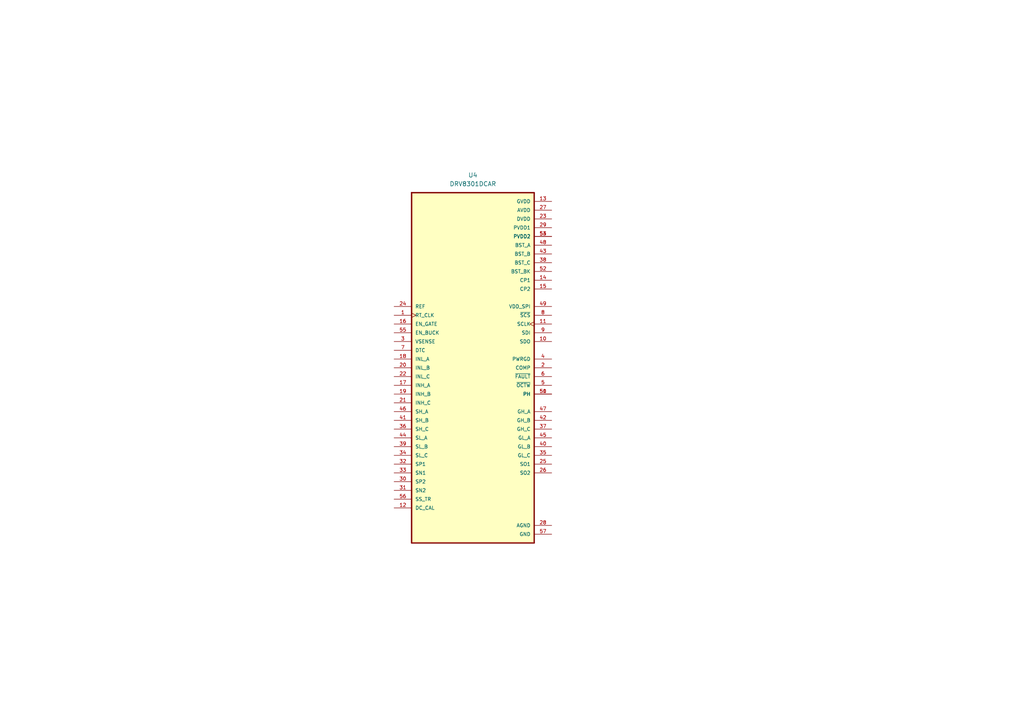
<source format=kicad_sch>
(kicad_sch (version 20230121) (generator eeschema)

  (uuid 7e770415-73a2-4f0c-927f-de47baab1ace)

  (paper "A4")

  (lib_symbols
    (symbol "DRV8301DCAR:DRV8301DCAR" (pin_names (offset 1.016)) (in_bom yes) (on_board yes)
      (property "Reference" "U" (at -17.8203 51.9275 0)
        (effects (font (size 1.27 1.27)) (justify left bottom))
      )
      (property "Value" "DRV8301DCAR" (at -17.8075 -54.8929 0)
        (effects (font (size 1.27 1.27)) (justify left bottom))
      )
      (property "Footprint" "DRV8301DCAR:SOP50P810X120-57N" (at 0 0 0)
        (effects (font (size 1.27 1.27)) (justify bottom) hide)
      )
      (property "Datasheet" "" (at 0 0 0)
        (effects (font (size 1.27 1.27)) hide)
      )
      (property "STNADARD" "IPC-7351B" (at 0 0 0)
        (effects (font (size 1.27 1.27)) (justify bottom) hide)
      )
      (property "MF" "Texas Instruments" (at 0 0 0)
        (effects (font (size 1.27 1.27)) (justify bottom) hide)
      )
      (property "SNAPEDA_PACKAGE_ID" "5591" (at 0 0 0)
        (effects (font (size 1.27 1.27)) (justify bottom) hide)
      )
      (property "Package" "HTSSOP-56 Texas Instruments" (at 0 0 0)
        (effects (font (size 1.27 1.27)) (justify bottom) hide)
      )
      (property "Price" "None" (at 0 0 0)
        (effects (font (size 1.27 1.27)) (justify bottom) hide)
      )
      (property "Check_prices" "https://www.snapeda.com/parts/DRV8301DCAR/Texas+Instruments/view-part/?ref=eda" (at 0 0 0)
        (effects (font (size 1.27 1.27)) (justify bottom) hide)
      )
      (property "PARTREV" "F" (at 0 0 0)
        (effects (font (size 1.27 1.27)) (justify bottom) hide)
      )
      (property "SnapEDA_Link" "https://www.snapeda.com/parts/DRV8301DCAR/Texas+Instruments/view-part/?ref=snap" (at 0 0 0)
        (effects (font (size 1.27 1.27)) (justify bottom) hide)
      )
      (property "MP" "DRV8301DCAR" (at 0 0 0)
        (effects (font (size 1.27 1.27)) (justify bottom) hide)
      )
      (property "Purchase-URL" "https://www.snapeda.com/api/url_track_click_mouser/?unipart_id=46687&manufacturer=Texas Instruments&part_name=DRV8301DCAR&search_term=None" (at 0 0 0)
        (effects (font (size 1.27 1.27)) (justify bottom) hide)
      )
      (property "Description" "\n65-V max 3-phase gate driver with buck regulator, current shunt amplifiers & SPI\n" (at 0 0 0)
        (effects (font (size 1.27 1.27)) (justify bottom) hide)
      )
      (property "Availability" "In Stock" (at 0 0 0)
        (effects (font (size 1.27 1.27)) (justify bottom) hide)
      )
      (property "MANUFACTURER" "Texas Instruments" (at 0 0 0)
        (effects (font (size 1.27 1.27)) (justify bottom) hide)
      )
      (symbol "DRV8301DCAR_0_0"
        (rectangle (start -17.78 -50.8) (end 17.78 50.8)
          (stroke (width 0.41) (type default))
          (fill (type background))
        )
        (pin input clock (at -22.86 15.24 0) (length 5.08)
          (name "RT_CLK" (effects (font (size 1.016 1.016))))
          (number "1" (effects (font (size 1.016 1.016))))
        )
        (pin output line (at 22.86 7.62 180) (length 5.08)
          (name "SDO" (effects (font (size 1.016 1.016))))
          (number "10" (effects (font (size 1.016 1.016))))
        )
        (pin input clock (at 22.86 12.7 180) (length 5.08)
          (name "SCLK" (effects (font (size 1.016 1.016))))
          (number "11" (effects (font (size 1.016 1.016))))
        )
        (pin input line (at -22.86 -40.64 0) (length 5.08)
          (name "DC_CAL" (effects (font (size 1.016 1.016))))
          (number "12" (effects (font (size 1.016 1.016))))
        )
        (pin power_in line (at 22.86 48.26 180) (length 5.08)
          (name "GVDD" (effects (font (size 1.016 1.016))))
          (number "13" (effects (font (size 1.016 1.016))))
        )
        (pin power_in line (at 22.86 25.4 180) (length 5.08)
          (name "CP1" (effects (font (size 1.016 1.016))))
          (number "14" (effects (font (size 1.016 1.016))))
        )
        (pin power_in line (at 22.86 22.86 180) (length 5.08)
          (name "CP2" (effects (font (size 1.016 1.016))))
          (number "15" (effects (font (size 1.016 1.016))))
        )
        (pin input line (at -22.86 12.7 0) (length 5.08)
          (name "EN_GATE" (effects (font (size 1.016 1.016))))
          (number "16" (effects (font (size 1.016 1.016))))
        )
        (pin input line (at -22.86 -5.08 0) (length 5.08)
          (name "INH_A" (effects (font (size 1.016 1.016))))
          (number "17" (effects (font (size 1.016 1.016))))
        )
        (pin input line (at -22.86 2.54 0) (length 5.08)
          (name "INL_A" (effects (font (size 1.016 1.016))))
          (number "18" (effects (font (size 1.016 1.016))))
        )
        (pin input line (at -22.86 -7.62 0) (length 5.08)
          (name "INH_B" (effects (font (size 1.016 1.016))))
          (number "19" (effects (font (size 1.016 1.016))))
        )
        (pin output line (at 22.86 0 180) (length 5.08)
          (name "COMP" (effects (font (size 1.016 1.016))))
          (number "2" (effects (font (size 1.016 1.016))))
        )
        (pin input line (at -22.86 0 0) (length 5.08)
          (name "INL_B" (effects (font (size 1.016 1.016))))
          (number "20" (effects (font (size 1.016 1.016))))
        )
        (pin input line (at -22.86 -10.16 0) (length 5.08)
          (name "INH_C" (effects (font (size 1.016 1.016))))
          (number "21" (effects (font (size 1.016 1.016))))
        )
        (pin input line (at -22.86 -2.54 0) (length 5.08)
          (name "INL_C" (effects (font (size 1.016 1.016))))
          (number "22" (effects (font (size 1.016 1.016))))
        )
        (pin power_in line (at 22.86 43.18 180) (length 5.08)
          (name "DVDD" (effects (font (size 1.016 1.016))))
          (number "23" (effects (font (size 1.016 1.016))))
        )
        (pin input line (at -22.86 17.78 0) (length 5.08)
          (name "REF" (effects (font (size 1.016 1.016))))
          (number "24" (effects (font (size 1.016 1.016))))
        )
        (pin output line (at 22.86 -27.94 180) (length 5.08)
          (name "SO1" (effects (font (size 1.016 1.016))))
          (number "25" (effects (font (size 1.016 1.016))))
        )
        (pin output line (at 22.86 -30.48 180) (length 5.08)
          (name "SO2" (effects (font (size 1.016 1.016))))
          (number "26" (effects (font (size 1.016 1.016))))
        )
        (pin power_in line (at 22.86 45.72 180) (length 5.08)
          (name "AVDD" (effects (font (size 1.016 1.016))))
          (number "27" (effects (font (size 1.016 1.016))))
        )
        (pin power_in line (at 22.86 -45.72 180) (length 5.08)
          (name "AGND" (effects (font (size 1.016 1.016))))
          (number "28" (effects (font (size 1.016 1.016))))
        )
        (pin power_in line (at 22.86 40.64 180) (length 5.08)
          (name "PVDD1" (effects (font (size 1.016 1.016))))
          (number "29" (effects (font (size 1.016 1.016))))
        )
        (pin input line (at -22.86 7.62 0) (length 5.08)
          (name "VSENSE" (effects (font (size 1.016 1.016))))
          (number "3" (effects (font (size 1.016 1.016))))
        )
        (pin input line (at -22.86 -33.02 0) (length 5.08)
          (name "SP2" (effects (font (size 1.016 1.016))))
          (number "30" (effects (font (size 1.016 1.016))))
        )
        (pin input line (at -22.86 -35.56 0) (length 5.08)
          (name "SN2" (effects (font (size 1.016 1.016))))
          (number "31" (effects (font (size 1.016 1.016))))
        )
        (pin input line (at -22.86 -27.94 0) (length 5.08)
          (name "SP1" (effects (font (size 1.016 1.016))))
          (number "32" (effects (font (size 1.016 1.016))))
        )
        (pin input line (at -22.86 -30.48 0) (length 5.08)
          (name "SN1" (effects (font (size 1.016 1.016))))
          (number "33" (effects (font (size 1.016 1.016))))
        )
        (pin input line (at -22.86 -25.4 0) (length 5.08)
          (name "SL_C" (effects (font (size 1.016 1.016))))
          (number "34" (effects (font (size 1.016 1.016))))
        )
        (pin output line (at 22.86 -25.4 180) (length 5.08)
          (name "GL_C" (effects (font (size 1.016 1.016))))
          (number "35" (effects (font (size 1.016 1.016))))
        )
        (pin input line (at -22.86 -17.78 0) (length 5.08)
          (name "SH_C" (effects (font (size 1.016 1.016))))
          (number "36" (effects (font (size 1.016 1.016))))
        )
        (pin output line (at 22.86 -17.78 180) (length 5.08)
          (name "GH_C" (effects (font (size 1.016 1.016))))
          (number "37" (effects (font (size 1.016 1.016))))
        )
        (pin power_in line (at 22.86 30.48 180) (length 5.08)
          (name "BST_C" (effects (font (size 1.016 1.016))))
          (number "38" (effects (font (size 1.016 1.016))))
        )
        (pin input line (at -22.86 -22.86 0) (length 5.08)
          (name "SL_B" (effects (font (size 1.016 1.016))))
          (number "39" (effects (font (size 1.016 1.016))))
        )
        (pin output line (at 22.86 2.54 180) (length 5.08)
          (name "PWRGD" (effects (font (size 1.016 1.016))))
          (number "4" (effects (font (size 1.016 1.016))))
        )
        (pin output line (at 22.86 -22.86 180) (length 5.08)
          (name "GL_B" (effects (font (size 1.016 1.016))))
          (number "40" (effects (font (size 1.016 1.016))))
        )
        (pin input line (at -22.86 -15.24 0) (length 5.08)
          (name "SH_B" (effects (font (size 1.016 1.016))))
          (number "41" (effects (font (size 1.016 1.016))))
        )
        (pin output line (at 22.86 -15.24 180) (length 5.08)
          (name "GH_B" (effects (font (size 1.016 1.016))))
          (number "42" (effects (font (size 1.016 1.016))))
        )
        (pin power_in line (at 22.86 33.02 180) (length 5.08)
          (name "BST_B" (effects (font (size 1.016 1.016))))
          (number "43" (effects (font (size 1.016 1.016))))
        )
        (pin input line (at -22.86 -20.32 0) (length 5.08)
          (name "SL_A" (effects (font (size 1.016 1.016))))
          (number "44" (effects (font (size 1.016 1.016))))
        )
        (pin output line (at 22.86 -20.32 180) (length 5.08)
          (name "GL_A" (effects (font (size 1.016 1.016))))
          (number "45" (effects (font (size 1.016 1.016))))
        )
        (pin input line (at -22.86 -12.7 0) (length 5.08)
          (name "SH_A" (effects (font (size 1.016 1.016))))
          (number "46" (effects (font (size 1.016 1.016))))
        )
        (pin output line (at 22.86 -12.7 180) (length 5.08)
          (name "GH_A" (effects (font (size 1.016 1.016))))
          (number "47" (effects (font (size 1.016 1.016))))
        )
        (pin power_in line (at 22.86 35.56 180) (length 5.08)
          (name "BST_A" (effects (font (size 1.016 1.016))))
          (number "48" (effects (font (size 1.016 1.016))))
        )
        (pin input line (at 22.86 17.78 180) (length 5.08)
          (name "VDD_SPI" (effects (font (size 1.016 1.016))))
          (number "49" (effects (font (size 1.016 1.016))))
        )
        (pin output line (at 22.86 -5.08 180) (length 5.08)
          (name "~{OCTW}" (effects (font (size 1.016 1.016))))
          (number "5" (effects (font (size 1.016 1.016))))
        )
        (pin output line (at 22.86 -7.62 180) (length 5.08)
          (name "PH" (effects (font (size 1.016 1.016))))
          (number "50" (effects (font (size 1.016 1.016))))
        )
        (pin output line (at 22.86 -7.62 180) (length 5.08)
          (name "PH" (effects (font (size 1.016 1.016))))
          (number "51" (effects (font (size 1.016 1.016))))
        )
        (pin power_in line (at 22.86 27.94 180) (length 5.08)
          (name "BST_BK" (effects (font (size 1.016 1.016))))
          (number "52" (effects (font (size 1.016 1.016))))
        )
        (pin power_in line (at 22.86 38.1 180) (length 5.08)
          (name "PVDD2" (effects (font (size 1.016 1.016))))
          (number "53" (effects (font (size 1.016 1.016))))
        )
        (pin power_in line (at 22.86 38.1 180) (length 5.08)
          (name "PVDD2" (effects (font (size 1.016 1.016))))
          (number "54" (effects (font (size 1.016 1.016))))
        )
        (pin input line (at -22.86 10.16 0) (length 5.08)
          (name "EN_BUCK" (effects (font (size 1.016 1.016))))
          (number "55" (effects (font (size 1.016 1.016))))
        )
        (pin input line (at -22.86 -38.1 0) (length 5.08)
          (name "SS_TR" (effects (font (size 1.016 1.016))))
          (number "56" (effects (font (size 1.016 1.016))))
        )
        (pin power_in line (at 22.86 -48.26 180) (length 5.08)
          (name "GND" (effects (font (size 1.016 1.016))))
          (number "57" (effects (font (size 1.016 1.016))))
        )
        (pin output line (at 22.86 -2.54 180) (length 5.08)
          (name "~{FAULT}" (effects (font (size 1.016 1.016))))
          (number "6" (effects (font (size 1.016 1.016))))
        )
        (pin input line (at -22.86 5.08 0) (length 5.08)
          (name "DTC" (effects (font (size 1.016 1.016))))
          (number "7" (effects (font (size 1.016 1.016))))
        )
        (pin input line (at 22.86 15.24 180) (length 5.08)
          (name "~{SCS}" (effects (font (size 1.016 1.016))))
          (number "8" (effects (font (size 1.016 1.016))))
        )
        (pin input line (at 22.86 10.16 180) (length 5.08)
          (name "SDI" (effects (font (size 1.016 1.016))))
          (number "9" (effects (font (size 1.016 1.016))))
        )
      )
    )
  )


  (symbol (lib_id "DRV8301DCAR:DRV8301DCAR") (at 137.16 106.68 0) (unit 1)
    (in_bom yes) (on_board yes) (dnp no) (fields_autoplaced)
    (uuid cc5849bd-137b-46e4-ac6f-664e780fbf89)
    (property "Reference" "U4" (at 137.16 50.8 0)
      (effects (font (size 1.27 1.27)))
    )
    (property "Value" "DRV8301DCAR" (at 137.16 53.34 0)
      (effects (font (size 1.27 1.27)))
    )
    (property "Footprint" "LocalLibs:SOP50P810X120-57N" (at 137.16 106.68 0)
      (effects (font (size 1.27 1.27)) (justify bottom) hide)
    )
    (property "Datasheet" "" (at 137.16 106.68 0)
      (effects (font (size 1.27 1.27)) hide)
    )
    (property "STNADARD" "IPC-7351B" (at 137.16 106.68 0)
      (effects (font (size 1.27 1.27)) (justify bottom) hide)
    )
    (property "MF" "Texas Instruments" (at 137.16 106.68 0)
      (effects (font (size 1.27 1.27)) (justify bottom) hide)
    )
    (property "SNAPEDA_PACKAGE_ID" "5591" (at 137.16 106.68 0)
      (effects (font (size 1.27 1.27)) (justify bottom) hide)
    )
    (property "Package" "HTSSOP-56 Texas Instruments" (at 137.16 106.68 0)
      (effects (font (size 1.27 1.27)) (justify bottom) hide)
    )
    (property "Price" "None" (at 137.16 106.68 0)
      (effects (font (size 1.27 1.27)) (justify bottom) hide)
    )
    (property "Check_prices" "https://www.snapeda.com/parts/DRV8301DCAR/Texas+Instruments/view-part/?ref=eda" (at 137.16 106.68 0)
      (effects (font (size 1.27 1.27)) (justify bottom) hide)
    )
    (property "PARTREV" "F" (at 137.16 106.68 0)
      (effects (font (size 1.27 1.27)) (justify bottom) hide)
    )
    (property "SnapEDA_Link" "https://www.snapeda.com/parts/DRV8301DCAR/Texas+Instruments/view-part/?ref=snap" (at 137.16 106.68 0)
      (effects (font (size 1.27 1.27)) (justify bottom) hide)
    )
    (property "MP" "DRV8301DCAR" (at 137.16 106.68 0)
      (effects (font (size 1.27 1.27)) (justify bottom) hide)
    )
    (property "Purchase-URL" "https://www.snapeda.com/api/url_track_click_mouser/?unipart_id=46687&manufacturer=Texas Instruments&part_name=DRV8301DCAR&search_term=None" (at 137.16 106.68 0)
      (effects (font (size 1.27 1.27)) (justify bottom) hide)
    )
    (property "Description" "\n65-V max 3-phase gate driver with buck regulator, current shunt amplifiers & SPI\n" (at 137.16 106.68 0)
      (effects (font (size 1.27 1.27)) (justify bottom) hide)
    )
    (property "Availability" "In Stock" (at 137.16 106.68 0)
      (effects (font (size 1.27 1.27)) (justify bottom) hide)
    )
    (property "MANUFACTURER" "Texas Instruments" (at 137.16 106.68 0)
      (effects (font (size 1.27 1.27)) (justify bottom) hide)
    )
    (pin "11" (uuid 14b40cdc-bef3-49eb-ab79-4aefbc508d5c))
    (pin "12" (uuid 6b7400f3-972f-4ea3-b8d6-d210ca0e5374))
    (pin "13" (uuid 1ed9bc24-b8ad-4bd8-b131-8501bf84384d))
    (pin "14" (uuid ec944f58-fb4e-4869-8656-ef8f36d171c3))
    (pin "15" (uuid aaa3916e-c8e1-4585-b3a5-b8f82a6e1a32))
    (pin "10" (uuid a1b0e10a-8641-4158-a662-08968a12e54e))
    (pin "16" (uuid 28521fe5-9c03-49fe-9799-e9820883a991))
    (pin "1" (uuid ca2183c2-2513-496a-a015-b97b19a92ba6))
    (pin "3" (uuid 090cd1a2-aaeb-4e32-b8f5-54ef522e29a8))
    (pin "32" (uuid b25853c7-9ee1-4789-bcaa-d8991e6a1958))
    (pin "31" (uuid d6fff6a8-855b-45fb-ae67-c7d74395e396))
    (pin "33" (uuid 22935250-f882-48f8-a142-2e044838584b))
    (pin "27" (uuid 902e6329-2720-4b5c-9b11-16d1106ba669))
    (pin "17" (uuid 6900d8e9-dcf6-482e-ab30-b8c4ccd4f778))
    (pin "34" (uuid 1d6400aa-4b83-400d-8459-7ad5d5a937a9))
    (pin "2" (uuid 949e5015-46c3-42f9-b5f7-7284b960edf9))
    (pin "37" (uuid 01e66a1e-4b57-43da-a3d4-8cd2c1579492))
    (pin "20" (uuid 7d00949a-4f50-4191-96e0-7489a9368f37))
    (pin "36" (uuid 54c43bef-de11-43a5-90d5-8c51b73d0027))
    (pin "38" (uuid 018112dd-5ef9-4e01-b9ee-1accca6ab831))
    (pin "39" (uuid 26d55d55-f80f-4408-8b84-58a74a0b3d15))
    (pin "21" (uuid f9124f0c-442a-4acb-9271-23157e266bec))
    (pin "23" (uuid baff3f0a-5585-454f-8c99-2f622227e7ae))
    (pin "4" (uuid ae45e354-2ded-427f-9825-12f7778ce818))
    (pin "24" (uuid 925cea4a-50b9-41af-841d-a8471b705bce))
    (pin "40" (uuid 14728d28-c4de-4248-8478-786c100da6f0))
    (pin "41" (uuid 3e13508d-4208-48cc-a805-e2054d1a6dfd))
    (pin "42" (uuid 4aa81012-768b-44e0-aaa6-46a4dfe8afd3))
    (pin "43" (uuid a23d14d0-8e79-45f9-8666-847a3eede323))
    (pin "44" (uuid 1d7de139-20ac-481a-8836-72d4f5fcfd6c))
    (pin "30" (uuid f783c722-6ac9-4015-83fe-72af455c2fe6))
    (pin "45" (uuid 607adfd0-be01-483c-919f-7e462d72489b))
    (pin "46" (uuid 4d6705b4-5865-4f4f-bdf6-abdd6e7a83a5))
    (pin "35" (uuid f0f1604c-99b6-403a-a3ed-948dcd40b7fe))
    (pin "47" (uuid 6ea91ac3-e8d2-4982-99f3-4a9a7503e33e))
    (pin "48" (uuid 70d967af-ec66-40f7-8565-e4a1b58ddacb))
    (pin "49" (uuid 7b556c18-ea40-4d2a-98f2-38349bf79bfc))
    (pin "5" (uuid f8d7a1ab-9cf9-4efc-9ce5-970967e156b5))
    (pin "50" (uuid 481481c2-3d2d-4e0a-b23a-0565ef31117d))
    (pin "51" (uuid 8d28fa63-5221-4497-8a19-6ac1139c2cdb))
    (pin "18" (uuid 06921724-fc7e-48a4-ab12-ff15d78450cc))
    (pin "26" (uuid 147d0358-e41f-4401-b98a-828501a41237))
    (pin "28" (uuid 157c8384-1948-47d5-a4fa-1f3ec4892cf0))
    (pin "25" (uuid bcce5294-14b9-423a-88dd-4ad330cc5768))
    (pin "19" (uuid 6f77a245-e385-4fdc-93aa-f3c6e4d63d9a))
    (pin "22" (uuid d12f0a8a-8681-4d42-b829-8ea00eb4b7b9))
    (pin "29" (uuid 6e84f643-d18f-4d7e-bcb1-5bc4829abd97))
    (pin "8" (uuid d381c487-4e0e-47d2-9537-64e548ba2d76))
    (pin "7" (uuid ad8c5dfd-c7f6-4789-ab98-4db5330b9d10))
    (pin "54" (uuid 4af99aef-03af-410d-816c-d21204cb2d9b))
    (pin "6" (uuid 9ad4a466-2e47-4106-8575-6e864c1ac50c))
    (pin "55" (uuid 40c692a1-fd67-45e9-af67-c5a610ec6c2c))
    (pin "53" (uuid f27c9751-ca05-4ddc-93d9-2d3b6f69132e))
    (pin "9" (uuid cc98341c-5a90-4f75-a89b-98f4cb1df19b))
    (pin "56" (uuid fd464ce9-087f-42a9-b683-2b05b9cd9d9d))
    (pin "57" (uuid 87369d82-12f9-46e8-acdf-a7b378f363c4))
    (pin "52" (uuid d7f53c36-ee0a-4f3c-ade4-3b1d5d86c52f))
    (instances
      (project "EastabrookaBLDC_Project"
        (path "/611dd54e-c711-4af1-839a-27cad68a278e/cce7b83c-efde-4daa-86ac-4a7b4bccd01e"
          (reference "U4") (unit 1)
        )
      )
    )
  )
)

</source>
